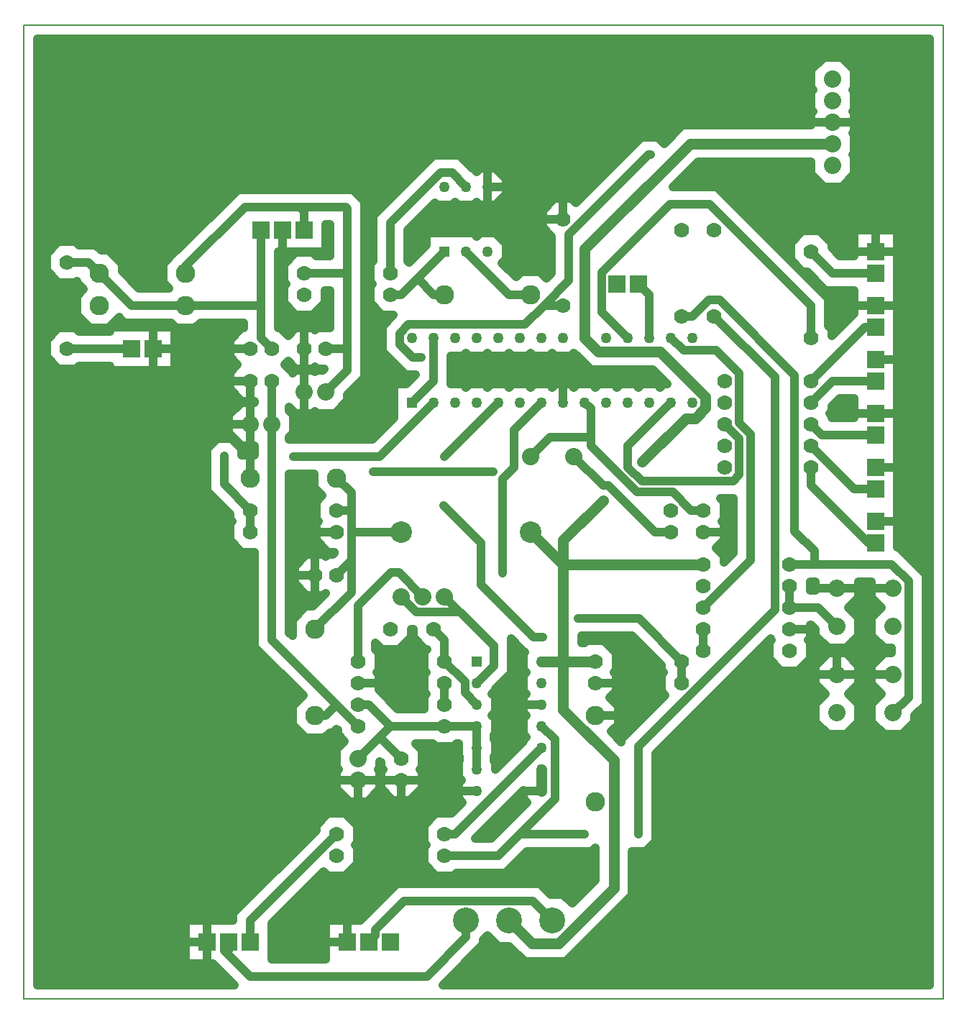
<source format=gbr>
G04 PROTEUS GERBER X2 FILE*
%TF.GenerationSoftware,Labcenter,Proteus,8.15-SP1-Build34318*%
%TF.CreationDate,2023-09-22T11:03:57+00:00*%
%TF.FileFunction,Copper,L2,Bot*%
%TF.FilePolarity,Positive*%
%TF.Part,Single*%
%TF.SameCoordinates,{3b519ea3-0d73-4d6d-96f8-eb606e8d3f04}*%
%FSLAX45Y45*%
%MOMM*%
G01*
%TA.AperFunction,Conductor*%
%ADD10C,1.016000*%
%ADD11C,1.270000*%
%TA.AperFunction,ViaPad*%
%ADD12C,0.762000*%
%TA.AperFunction,ComponentPad*%
%ADD14R,1.270000X1.270000*%
%ADD15C,1.270000*%
%TA.AperFunction,ComponentPad*%
%ADD16C,2.540000*%
%ADD17C,1.778000*%
%ADD18C,2.286000*%
%ADD19C,2.032000*%
%TA.AperFunction,ComponentPad*%
%ADD70R,2.032000X2.032000*%
%ADD71C,3.048000*%
%TA.AperFunction,Profile*%
%ADD20C,0.203200*%
%TD.AperFunction*%
%TA.AperFunction,Conductor*%
G36*
X+9525000Y-5334000D02*
X+3787663Y-5334000D01*
X+4267199Y-4854464D01*
X+4267199Y-4799852D01*
X+4318000Y-4749051D01*
X+4445748Y-4876799D01*
X+4571473Y-4876799D01*
X+4752634Y-5057960D01*
X+5241479Y-5057960D01*
X+6018274Y-4281165D01*
X+6018274Y-3759199D01*
X+6180168Y-3759199D01*
X+6299199Y-3640168D01*
X+6299199Y-2606540D01*
X+7647745Y-1257994D01*
X+7659751Y-1270001D01*
X+7632701Y-1297051D01*
X+7632701Y-1496949D01*
X+7774051Y-1638299D01*
X+7973949Y-1638299D01*
X+8115299Y-1496949D01*
X+8115299Y-1297051D01*
X+8088248Y-1270000D01*
X+8115299Y-1242949D01*
X+8115299Y-1092199D01*
X+8123833Y-1092199D01*
X+8179001Y-1147367D01*
X+8179001Y-1219210D01*
X+8327790Y-1367999D01*
X+8538210Y-1367999D01*
X+8686999Y-1219210D01*
X+8686999Y-1008790D01*
X+8567209Y-889000D01*
X+8686999Y-769210D01*
X+8686999Y-584199D01*
X+8839001Y-584199D01*
X+8839001Y-769210D01*
X+8958791Y-889000D01*
X+8839001Y-1008790D01*
X+8839001Y-1219210D01*
X+8987790Y-1367999D01*
X+9070366Y-1367999D01*
X+9070366Y-1426001D01*
X+8987790Y-1426001D01*
X+8839001Y-1574790D01*
X+8839001Y-1785210D01*
X+8958791Y-1905000D01*
X+8839001Y-2024790D01*
X+8839001Y-2235210D01*
X+8987790Y-2383999D01*
X+9198210Y-2383999D01*
X+9346999Y-2235210D01*
X+9346999Y-2163367D01*
X+9476764Y-2033602D01*
X+9476764Y-498238D01*
X+9156327Y-177801D01*
X+9143999Y-177801D01*
X+9143999Y+3555999D01*
X+8636001Y+3555999D01*
X+8636001Y+3251198D01*
X+8466167Y+3251198D01*
X+8369299Y+3348066D01*
X+8369299Y+3401949D01*
X+8227949Y+3543299D01*
X+8028051Y+3543299D01*
X+7886701Y+3401949D01*
X+7886701Y+3202051D01*
X+8028051Y+3060701D01*
X+8081933Y+3060701D01*
X+8297832Y+2844802D01*
X+8382000Y+2844802D01*
X+8636001Y+2844801D01*
X+8636001Y+2573367D01*
X+8369299Y+2306665D01*
X+8369299Y+2385949D01*
X+8331199Y+2424049D01*
X+8331199Y+2747294D01*
X+7016322Y+4062171D01*
X+6498557Y+4062171D01*
X+6792487Y+4356101D01*
X+8128001Y+4356101D01*
X+8128001Y+4212790D01*
X+8276790Y+4064001D01*
X+8487210Y+4064001D01*
X+8635999Y+4212790D01*
X+8635999Y+4423210D01*
X+8614209Y+4445000D01*
X+8635999Y+4466790D01*
X+8635999Y+4677210D01*
X+8614209Y+4699000D01*
X+8635999Y+4720790D01*
X+8635999Y+4931210D01*
X+8614209Y+4953000D01*
X+8635999Y+4974790D01*
X+8635999Y+5185210D01*
X+8614209Y+5207000D01*
X+8635999Y+5228790D01*
X+8635999Y+5439210D01*
X+8487210Y+5587999D01*
X+8276790Y+5587999D01*
X+8128001Y+5439210D01*
X+8128001Y+5228790D01*
X+8149791Y+5207000D01*
X+8128001Y+5185210D01*
X+8128001Y+4974790D01*
X+8149791Y+4953000D01*
X+8128001Y+4931210D01*
X+8128001Y+4787899D01*
X+6613633Y+4787899D01*
X+6396274Y+4570540D01*
X+6322123Y+4644692D01*
X+6127921Y+4644692D01*
X+5357238Y+3874009D01*
X+5306949Y+3924299D01*
X+5107051Y+3924299D01*
X+4965701Y+3782949D01*
X+4965701Y+3583051D01*
X+5070063Y+3478689D01*
X+5070063Y+3043385D01*
X+5011923Y+2985245D01*
X+4936470Y+3060699D01*
X+4715530Y+3060699D01*
X+4654098Y+2999267D01*
X+4487346Y+3166019D01*
X+4533899Y+3212572D01*
X+4533899Y+3391428D01*
X+4407428Y+3517899D01*
X+4228572Y+3517899D01*
X+4191000Y+3480327D01*
X+4153428Y+3517899D01*
X+3594101Y+3517899D01*
X+3594101Y+3373467D01*
X+3392441Y+3171807D01*
X+3378199Y+3186049D01*
X+3378199Y+3551115D01*
X+3697878Y+3870794D01*
X+3720572Y+3848101D01*
X+3899428Y+3848101D01*
X+3937000Y+3885673D01*
X+3974572Y+3848101D01*
X+4153428Y+3848101D01*
X+4191000Y+3885673D01*
X+4228572Y+3848101D01*
X+4407428Y+3848101D01*
X+4533899Y+3974572D01*
X+4533899Y+4153428D01*
X+4407428Y+4279899D01*
X+4228572Y+4279899D01*
X+4191000Y+4242327D01*
X+4153428Y+4279899D01*
X+4135467Y+4279899D01*
X+3983728Y+4431638D01*
X+3683990Y+4431638D01*
X+2971801Y+3719449D01*
X+2971801Y+3186049D01*
X+2933701Y+3147949D01*
X+2933701Y+2948051D01*
X+2960752Y+2921000D01*
X+2933701Y+2893949D01*
X+2933701Y+2694051D01*
X+3075051Y+2552701D01*
X+3209220Y+2552701D01*
X+3076158Y+2419639D01*
X+3076158Y+2119095D01*
X+3346985Y+1848268D01*
X+3465902Y+1848268D01*
X+3357533Y+1739899D01*
X+3213101Y+1739899D01*
X+3213101Y+1341467D01*
X+2963832Y+1092198D01*
X+1981199Y+1092198D01*
X+1981199Y+1113990D01*
X+2031999Y+1164790D01*
X+2031999Y+1375210D01*
X+1981198Y+1426011D01*
X+1981198Y+1469591D01*
X+2053790Y+1397001D01*
X+2264210Y+1397001D01*
X+2286000Y+1418791D01*
X+2307790Y+1397001D01*
X+2518210Y+1397001D01*
X+2666999Y+1545790D01*
X+2666999Y+1617633D01*
X+2870199Y+1820833D01*
X+2870199Y+3894167D01*
X+2734551Y+4029815D01*
X+1374553Y+4029815D01*
X+659437Y+3314699D01*
X+651530Y+3314699D01*
X+495301Y+3158470D01*
X+495301Y+2937530D01*
X+562632Y+2870199D01*
X+211167Y+2870199D01*
X+12699Y+3068667D01*
X+12699Y+3158470D01*
X-143530Y+3314699D01*
X-233333Y+3314699D01*
X-296832Y+3378198D01*
X-496951Y+3378198D01*
X-535051Y+3416299D01*
X-734949Y+3416299D01*
X-876299Y+3274949D01*
X-876299Y+3075051D01*
X-734949Y+2933701D01*
X-535051Y+2933701D01*
X-520699Y+2948053D01*
X-520699Y+2937530D01*
X-440669Y+2857500D01*
X-520699Y+2777470D01*
X-520699Y+2556530D01*
X-364470Y+2400301D01*
X-143530Y+2400301D01*
X-18599Y+2525232D01*
X-16683Y+2523317D01*
X+42833Y+2463801D01*
X+588030Y+2463801D01*
X+651530Y+2400301D01*
X+872470Y+2400301D01*
X+935970Y+2463801D01*
X+1447801Y+2463801D01*
X+1447801Y+2400299D01*
X+1424051Y+2400299D01*
X+1282701Y+2258949D01*
X+1282701Y+2059051D01*
X+1373252Y+1968500D01*
X+1282701Y+1877949D01*
X+1282701Y+1678051D01*
X+1424051Y+1536701D01*
X+1574801Y+1536701D01*
X+1574801Y+1523999D01*
X+1418790Y+1523999D01*
X+1270001Y+1375210D01*
X+1270001Y+1164790D01*
X+1418790Y+1016001D01*
X+1574801Y+1016001D01*
X+1574801Y+901699D01*
X+1418211Y+901699D01*
X+1418211Y+979103D01*
X+1299180Y+1098134D01*
X+1130844Y+1098134D01*
X+1011813Y+979103D01*
X+1011813Y+478821D01*
X+1282701Y+207932D01*
X+1282701Y+154051D01*
X+1309752Y+127000D01*
X+1282701Y+99949D01*
X+1282701Y-99949D01*
X+1424051Y-241299D01*
X+1574801Y-241299D01*
X+1574801Y-1354168D01*
X+2144232Y-1923599D01*
X+2019301Y-2048530D01*
X+2019301Y-2269470D01*
X+2175530Y-2425699D01*
X+2396470Y-2425699D01*
X+2459971Y-2362198D01*
X+2497168Y-2362198D01*
X+2540000Y-2319366D01*
X+2552701Y-2332067D01*
X+2552701Y-2385949D01*
X+2634271Y-2467520D01*
X+2540001Y-2561790D01*
X+2540001Y-2772210D01*
X+2561791Y-2794000D01*
X+2540001Y-2815790D01*
X+2540001Y-3026210D01*
X+2688790Y-3174999D01*
X+2899210Y-3174999D01*
X+3047999Y-3026210D01*
X+3047999Y-2815790D01*
X+3026209Y-2794000D01*
X+3047999Y-2772210D01*
X+3047999Y-2700367D01*
X+3048000Y-2700366D01*
X+3060701Y-2713067D01*
X+3060701Y-2766949D01*
X+3087752Y-2794000D01*
X+3060701Y-2821051D01*
X+3060701Y-3020949D01*
X+3202051Y-3162299D01*
X+3401949Y-3162299D01*
X+3543299Y-3020949D01*
X+3543299Y-2821051D01*
X+3516248Y-2794000D01*
X+3543299Y-2766949D01*
X+3543299Y-2567051D01*
X+3465447Y-2489199D01*
X+3671951Y-2489199D01*
X+3710051Y-2527299D01*
X+3909949Y-2527299D01*
X+3948049Y-2489199D01*
X+3975101Y-2489199D01*
X+3975101Y-2629428D01*
X+3987801Y-2642128D01*
X+3987801Y-2691872D01*
X+3975101Y-2704572D01*
X+3975101Y-2883428D01*
X+4012673Y-2921000D01*
X+3975101Y-2958572D01*
X+3975101Y-3137428D01*
X+4021653Y-3183981D01*
X+3890933Y-3314701D01*
X+3710051Y-3314701D01*
X+3568701Y-3456051D01*
X+3568701Y-3655949D01*
X+3595752Y-3683000D01*
X+3568701Y-3710051D01*
X+3568701Y-3909949D01*
X+3710051Y-4051299D01*
X+3909949Y-4051299D01*
X+3948049Y-4013199D01*
X+4529167Y-4013199D01*
X+4783167Y-3759199D01*
X+5545168Y-3759199D01*
X+5586476Y-3717891D01*
X+5586476Y-4102311D01*
X+5313919Y-4374868D01*
X+5206252Y-4267201D01*
X+5062567Y-4267201D01*
X+4935612Y-4140246D01*
X+3248088Y-4140246D01*
X+2816333Y-4572001D01*
X+2413001Y-4572001D01*
X+2413001Y-5029052D01*
X+1777999Y-5029052D01*
X+1777999Y-4611319D01*
X+2389035Y-4000283D01*
X+2440051Y-4051299D01*
X+2639949Y-4051299D01*
X+2781299Y-3909949D01*
X+2781299Y-3710051D01*
X+2754248Y-3683000D01*
X+2781299Y-3655949D01*
X+2781299Y-3456051D01*
X+2639949Y-3314701D01*
X+2440051Y-3314701D01*
X+2298701Y-3456051D01*
X+2298701Y-3515885D01*
X+1320801Y-4493785D01*
X+1320801Y-4572001D01*
X+762001Y-4572001D01*
X+762001Y-5079999D01*
X+1081055Y-5079999D01*
X+1335056Y-5334000D01*
X-980440Y-5334000D01*
X-980440Y+5806440D01*
X+9525000Y+5806440D01*
X+9525000Y-5334000D01*
G37*
%TD.AperFunction*%
%LPC*%
G36*
X+634999Y+1905001D02*
X-126999Y+1905001D01*
X-126999Y+1955801D01*
X-496951Y+1955801D01*
X-535051Y+1917701D01*
X-734949Y+1917701D01*
X-876299Y+2059051D01*
X-876299Y+2258949D01*
X-734949Y+2400299D01*
X-535051Y+2400299D01*
X-496951Y+2362199D01*
X-126999Y+2362199D01*
X-126999Y+2412999D01*
X+634999Y+2412999D01*
X+634999Y+1905001D01*
G37*
G36*
X+8686999Y-1574790D02*
X+8686999Y-1785210D01*
X+8567209Y-1905000D01*
X+8686999Y-2024790D01*
X+8686999Y-2235210D01*
X+8538210Y-2383999D01*
X+8327790Y-2383999D01*
X+8179001Y-2235210D01*
X+8179001Y-2024790D01*
X+8298791Y-1905000D01*
X+8179001Y-1785210D01*
X+8179001Y-1574790D01*
X+8327790Y-1426001D01*
X+8538210Y-1426001D01*
X+8686999Y-1574790D01*
G37*
%LPD*%
%TA.AperFunction,Conductor*%
G36*
X+2463801Y+3251198D02*
X+2297049Y+3251198D01*
X+2258949Y+3289299D01*
X+2059051Y+3289299D01*
X+1917701Y+3147949D01*
X+1917701Y+2948051D01*
X+1944752Y+2921000D01*
X+1917701Y+2893949D01*
X+1917701Y+2694051D01*
X+2059051Y+2552701D01*
X+2258949Y+2552701D01*
X+2400299Y+2694051D01*
X+2400299Y+2844801D01*
X+2463801Y+2844801D01*
X+2463801Y+2400299D01*
X+2313051Y+2400299D01*
X+2286000Y+2373248D01*
X+2258949Y+2400299D01*
X+2059051Y+2400299D01*
X+1968500Y+2309748D01*
X+1877949Y+2400299D01*
X+1854199Y+2400299D01*
X+1854199Y+3302001D01*
X+2412999Y+3302001D01*
X+2412999Y+3623417D01*
X+2463801Y+3623417D01*
X+2463801Y+3251198D01*
G37*
%TD.AperFunction*%
%TA.AperFunction,Conductor*%
G36*
X+5371572Y+2070101D02*
X+5371573Y+2070101D01*
X+5532957Y+1908717D01*
X+6261581Y+1908717D01*
X+6430398Y+1739899D01*
X+6387572Y+1739899D01*
X+6350000Y+1702327D01*
X+6312428Y+1739899D01*
X+6133572Y+1739899D01*
X+6096000Y+1702327D01*
X+6058428Y+1739899D01*
X+5879572Y+1739899D01*
X+5842000Y+1702327D01*
X+5804428Y+1739899D01*
X+5625572Y+1739899D01*
X+5588000Y+1702327D01*
X+5550428Y+1739899D01*
X+5371572Y+1739899D01*
X+5333999Y+1702326D01*
X+5296428Y+1739899D01*
X+5117572Y+1739899D01*
X+5080000Y+1702327D01*
X+5042428Y+1739899D01*
X+4863572Y+1739899D01*
X+4825999Y+1702326D01*
X+4788428Y+1739899D01*
X+4609572Y+1739899D01*
X+4572000Y+1702327D01*
X+4534428Y+1739899D01*
X+4355572Y+1739899D01*
X+4318000Y+1702327D01*
X+4280428Y+1739899D01*
X+4101572Y+1739899D01*
X+4064000Y+1702327D01*
X+4026428Y+1739899D01*
X+3886198Y+1739899D01*
X+3886198Y+2070101D01*
X+4026428Y+2070101D01*
X+4064000Y+2107673D01*
X+4101572Y+2070101D01*
X+4280428Y+2070101D01*
X+4318000Y+2107673D01*
X+4355572Y+2070101D01*
X+4534428Y+2070101D01*
X+4572000Y+2107673D01*
X+4609572Y+2070101D01*
X+4788428Y+2070101D01*
X+4826000Y+2107673D01*
X+4863572Y+2070101D01*
X+5042428Y+2070101D01*
X+5080000Y+2107673D01*
X+5117572Y+2070101D01*
X+5296428Y+2070101D01*
X+5334000Y+2107673D01*
X+5371572Y+2070101D01*
G37*
%TD.AperFunction*%
%TA.AperFunction,Conductor*%
G36*
X+2059051Y+1917701D02*
X+2258949Y+1917701D01*
X+2286000Y+1944752D01*
X+2313051Y+1917701D01*
X+2392335Y+1917701D01*
X+2379633Y+1904999D01*
X+2307790Y+1904999D01*
X+2285999Y+1883208D01*
X+2264210Y+1904999D01*
X+2053790Y+1904999D01*
X+2019299Y+1870508D01*
X+2019299Y+1877949D01*
X+1928748Y+1968500D01*
X+1968500Y+2008252D01*
X+2059051Y+1917701D01*
G37*
%TD.AperFunction*%
%TA.AperFunction,Conductor*%
G36*
X+8636001Y+1524001D02*
X+8636001Y+1346199D01*
X+8369299Y+1346199D01*
X+8369299Y+1369949D01*
X+8342248Y+1397000D01*
X+8369299Y+1424051D01*
X+8369299Y+1477933D01*
X+8466167Y+1574801D01*
X+8636001Y+1574801D01*
X+8636001Y+1524001D01*
G37*
%TD.AperFunction*%
%TA.AperFunction,Conductor*%
G36*
X+2273301Y+524530D02*
X+2371291Y+426539D01*
X+2298701Y+353949D01*
X+2298701Y+154051D01*
X+2325752Y+127000D01*
X+2298701Y+99949D01*
X+2298701Y-99949D01*
X+2440051Y-241299D01*
X+2511725Y-241299D01*
X+2511725Y-248909D01*
X+2493933Y-266701D01*
X+2440051Y-266701D01*
X+2413000Y-293752D01*
X+2385949Y-266701D01*
X+2186051Y-266701D01*
X+2044701Y-408051D01*
X+2044701Y-607949D01*
X+2186051Y-749299D01*
X+2385949Y-749299D01*
X+2413000Y-722248D01*
X+2414701Y-723949D01*
X+2262349Y-876301D01*
X+2175530Y-876301D01*
X+2019301Y-1032530D01*
X+2019301Y-1223935D01*
X+1981199Y-1185833D01*
X+1981199Y+685801D01*
X+2273301Y+685801D01*
X+2273301Y+524530D01*
G37*
%TD.AperFunction*%
%TA.AperFunction,Conductor*%
G36*
X+7207525Y-252109D02*
X+7099299Y-360335D01*
X+7099299Y-281051D01*
X+7008748Y-190500D01*
X+7099299Y-99949D01*
X+7099299Y+99949D01*
X+7072247Y+126999D01*
X+7099299Y+154051D01*
X+7099299Y+353949D01*
X+7059572Y+393676D01*
X+7207525Y+393676D01*
X+7207525Y-252109D01*
G37*
%TD.AperFunction*%
%TA.AperFunction,Conductor*%
G36*
X+8179001Y-685801D02*
X+8115299Y-685801D01*
X+8115299Y-584199D01*
X+8179001Y-584199D01*
X+8179001Y-685801D01*
G37*
%TD.AperFunction*%
%TA.AperFunction,Conductor*%
G36*
X+3441701Y-1242949D02*
X+3583051Y-1384299D01*
X+3606801Y-1384299D01*
X+3606801Y-1385951D01*
X+3568701Y-1424051D01*
X+3568701Y-1623949D01*
X+3595752Y-1651000D01*
X+3568701Y-1678051D01*
X+3568701Y-1877949D01*
X+3595751Y-1905001D01*
X+3568701Y-1932051D01*
X+3568701Y-2082801D01*
X+3259167Y-2082801D01*
X+3035299Y-1858933D01*
X+3035299Y-1678051D01*
X+3008248Y-1651000D01*
X+3035299Y-1623949D01*
X+3035299Y-1424051D01*
X+2997199Y-1385951D01*
X+2997199Y-1306447D01*
X+3075051Y-1384299D01*
X+3274949Y-1384299D01*
X+3416299Y-1242949D01*
X+3416299Y-1142942D01*
X+3441701Y-1142942D01*
X+3441701Y-1242949D01*
G37*
%TD.AperFunction*%
%TA.AperFunction,Conductor*%
G36*
X+6362701Y-1570068D02*
X+6362701Y-1623949D01*
X+6389752Y-1651000D01*
X+6362701Y-1678051D01*
X+6362701Y-1877949D01*
X+6407879Y-1923128D01*
X+5892801Y-2438206D01*
X+5892801Y-2471368D01*
X+5772801Y-2351368D01*
X+5854699Y-2269470D01*
X+5854699Y-2048530D01*
X+5756708Y-1950540D01*
X+5829299Y-1877949D01*
X+5829299Y-1678051D01*
X+5802248Y-1651000D01*
X+5829299Y-1623949D01*
X+5829299Y-1424051D01*
X+5687949Y-1282701D01*
X+5488051Y-1282701D01*
X+5462651Y-1308101D01*
X+5422899Y-1308101D01*
X+5422899Y-1225629D01*
X+6018262Y-1225629D01*
X+6362701Y-1570068D01*
G37*
%TD.AperFunction*%
%TA.AperFunction,Conductor*%
G36*
X+4716077Y-1383138D02*
X+4752306Y-1419367D01*
X+4737101Y-1434572D01*
X+4737101Y-1613428D01*
X+4774673Y-1651000D01*
X+4737101Y-1688572D01*
X+4737101Y-1867428D01*
X+4774673Y-1905000D01*
X+4737101Y-1942572D01*
X+4737101Y-2121428D01*
X+4774672Y-2159001D01*
X+4737101Y-2196572D01*
X+4737101Y-2375428D01*
X+4774672Y-2413001D01*
X+4737101Y-2450572D01*
X+4737101Y-2468533D01*
X+4406899Y-2798735D01*
X+4406899Y-2704572D01*
X+4394198Y-2691873D01*
X+4394198Y-2642129D01*
X+4406899Y-2629428D01*
X+4406899Y-2450572D01*
X+4394198Y-2437871D01*
X+4394198Y-2388129D01*
X+4406899Y-2375428D01*
X+4406899Y-2196572D01*
X+4369326Y-2159001D01*
X+4406899Y-2121428D01*
X+4406899Y-1942572D01*
X+4369326Y-1905001D01*
X+4406899Y-1867428D01*
X+4406899Y-1849467D01*
X+4592319Y-1664047D01*
X+4592319Y-1259380D01*
X+4716077Y-1383138D01*
G37*
%TD.AperFunction*%
%TA.AperFunction,Conductor*%
G36*
X+4737101Y-3137428D02*
X+4783653Y-3183981D01*
X+4360833Y-3606801D01*
X+4173565Y-3606801D01*
X+4737101Y-3043265D01*
X+4737101Y-3137428D01*
G37*
%TD.AperFunction*%
D10*
X+6604000Y-1524000D02*
X+6604000Y-1778000D01*
X+3302000Y+0D02*
X+2714924Y+0D01*
X+1524000Y+254000D02*
X+1524000Y+0D01*
X+2540000Y+254000D02*
X+2714924Y+254000D01*
X+2540000Y+635000D02*
X+2714924Y+460076D01*
X+2714924Y+254000D01*
X+2714924Y+0D01*
X+1778000Y+1778000D02*
X+1778000Y+1270000D01*
X+4191000Y-2286000D02*
X+3810000Y-2286000D01*
X+4191000Y-2540000D02*
X+4191000Y-2286000D01*
X+4191000Y-2540000D02*
X+4191000Y-2794000D01*
X+3302000Y-2667000D02*
X+3048000Y-2413000D01*
X+2794000Y-2667000D01*
X+3810000Y-1778000D02*
X+3810000Y-2032000D01*
X+2794000Y-2032000D02*
X+2921000Y-2032000D01*
X+3175000Y-2286000D01*
X+3810000Y-2286000D02*
X+3175000Y-2286000D01*
X+3048000Y-2413000D01*
X+1778000Y+624025D02*
X+1778000Y-1270000D01*
X+1778000Y+624025D02*
X+1778000Y+1270000D01*
X+2794000Y-1524000D02*
X+2794000Y-862917D01*
X+3178136Y-478781D01*
X+3272781Y-478781D01*
X+3556000Y-762000D01*
X+3810000Y-1524000D02*
X+3810000Y-1270000D01*
X+3683000Y-1143000D01*
X+3810000Y-1524000D02*
X+4051397Y-1765397D01*
X+4051397Y-1892397D01*
X+4191000Y-2032000D01*
X+3810000Y-762000D02*
X+3937000Y-889000D01*
X+3886257Y-939743D02*
X+3987743Y-939743D01*
X+4000500Y-952500D01*
X+3302000Y-762000D02*
X+3479743Y-939743D01*
X+3886257Y-939743D01*
X+3937000Y-889000D02*
X+3987743Y-939743D01*
X+4000500Y-952500D02*
X+4389120Y-1341120D01*
X+4389120Y-1579880D01*
X+4191000Y-1778000D01*
X+1270000Y-4826000D02*
X+1270000Y-4932204D01*
X+1220626Y-4932204D01*
X+1520673Y-5232251D01*
X+3602046Y-5232251D01*
X+4064000Y-4770297D01*
X+4064000Y-4572000D01*
X+2921000Y-4826000D02*
X+2993040Y-4753960D01*
X+2993040Y-4682660D01*
X+3332255Y-4343445D01*
X+4851445Y-4343445D01*
X+5080000Y-4572000D01*
X+1524000Y-4826000D02*
X+1524000Y-4577952D01*
X+2540000Y-3561952D01*
X+2540000Y-3556000D01*
X+3429000Y+1524000D02*
X+3683000Y+1778000D01*
X+3683000Y+2286000D01*
X+3683000Y+1524000D02*
X+3048000Y+889000D01*
X+2032000Y+889000D01*
X+1215012Y+894935D02*
X+1215012Y+562988D01*
X+1524000Y+254000D01*
D11*
X+5207000Y-381000D02*
X+4826000Y+0D01*
X+5207000Y-381000D02*
X+5207000Y-97882D01*
X+5675690Y+370808D01*
X+6139341Y+824379D02*
X+6653388Y+1338426D01*
X+6764261Y+1338426D01*
X+6885214Y+1459379D01*
X+6885214Y+1590410D01*
X+6351008Y+2124616D01*
X+5622384Y+2124616D01*
X+5461000Y+2286000D01*
D10*
X-254000Y+3048000D02*
X+127000Y+2667000D01*
X+762000Y+2667000D01*
X+1651000Y+2667000D01*
X+1778000Y+2159000D02*
X+1651000Y+2286000D01*
X+1651000Y+2667000D01*
X+1651000Y+3556000D01*
X-254000Y+3048000D02*
X-381000Y+3175000D01*
X-635000Y+3175000D01*
X-635000Y+2159000D02*
X+127000Y+2159000D01*
X+2121018Y+3810000D02*
X+2104402Y+3826616D01*
X+762000Y+3048000D02*
X+762000Y+3129896D01*
X+1458720Y+3826616D01*
X+2104402Y+3826616D01*
X+2121018Y+3810000D02*
X+2128140Y+3802878D01*
X+2159000Y+3772018D01*
X+2159000Y+3556000D01*
X+2413000Y+2159000D02*
X+2635105Y+2159000D01*
X+2667000Y+2190895D01*
X+2667000Y+1905000D01*
X+2413000Y+1651000D01*
X+2159000Y+3048000D02*
X+2667000Y+3048000D01*
X+2104402Y+3826616D02*
X+2650384Y+3826616D01*
X+2667000Y+3810000D01*
X+2667000Y+3048000D01*
X+2667000Y+2190895D01*
X+4064000Y+4064000D02*
X+3899561Y+4228439D01*
X+3768157Y+4228439D01*
X+3175000Y+3635282D01*
X+3175000Y+3048000D01*
X+3810000Y+2794000D02*
X+3683000Y+2794000D01*
X+3492500Y+2984500D01*
X+3175000Y+2794000D02*
X+3302000Y+2794000D01*
X+3492500Y+2984500D01*
X+3810000Y+3302000D01*
X+4064000Y+3302000D02*
X+4572000Y+2794000D01*
X+4826000Y+2794000D01*
X+8128000Y+1778000D02*
X+8763000Y+2413000D01*
X+8890000Y+2413000D01*
X+8128000Y+1524000D02*
X+8382000Y+1778000D01*
X+8890000Y+1778000D01*
X+8128000Y+1270000D02*
X+8255000Y+1143000D01*
X+8890000Y+1143000D01*
X+8128000Y+1016000D02*
X+8636000Y+508000D01*
X+8890000Y+508000D01*
X+8128000Y+762000D02*
X+8128000Y+550581D01*
X+8805581Y-127000D01*
X+8890000Y-127000D01*
X+7112000Y+1270000D02*
X+7282077Y+1099923D01*
X+7282077Y+671145D01*
X+7207807Y+596875D01*
X+6134125Y+596875D01*
X+5969000Y+762000D01*
X+5969000Y+1016000D01*
X+6477000Y+1524000D01*
X+4383357Y+706299D02*
X+2972246Y+706299D01*
X+4826000Y+889000D02*
X+5052115Y+1115115D01*
X+5534147Y+1115115D01*
X+5534147Y+1450853D01*
X+5461000Y+1524000D01*
X+5334000Y+889000D02*
X+5677369Y+545631D01*
X+5741207Y+545631D01*
X+6286838Y+0D01*
X+6477000Y+0D01*
X+6858000Y+254000D02*
X+6713195Y+254000D01*
X+6497274Y+469921D01*
X+6073941Y+469921D01*
X+5534147Y+1009715D01*
X+5534147Y+1115115D01*
X+8433000Y-1114000D02*
X+8208000Y-889000D01*
X+7874000Y-889000D01*
X+7874000Y-635000D01*
X+6858000Y-1143000D02*
X+6858000Y-1397000D01*
X+3810000Y-3556000D02*
X+3937000Y-3556000D01*
X+4064000Y-3429000D01*
X+4953000Y-2540000D01*
D11*
X+4953000Y-2794000D02*
X+4953000Y-3048000D01*
D10*
X+6096000Y+2921000D02*
X+6223000Y+2794000D01*
X+6223000Y+2286000D01*
D11*
X+6858000Y-381000D02*
X+5207000Y-381000D01*
D10*
X+6604000Y-1524000D02*
X+6102430Y-1022430D01*
X+5382228Y-1022430D01*
X+4490013Y-483886D02*
X+4490013Y+625355D01*
X+4626659Y+762001D01*
X+4626659Y+1197659D01*
X+4953000Y+1524000D01*
X+4445000Y+1524000D02*
X+3810000Y+889000D01*
X+3798747Y+311874D02*
X+4240836Y-130215D01*
X+4240836Y-620531D01*
X+4859760Y-1239455D01*
X+4964254Y-1239455D01*
X+2286000Y-2159000D02*
X+2413000Y-2159000D01*
X+2540000Y-2032000D01*
X+2794000Y-2286000D02*
X+2540000Y-2032000D01*
X+1778000Y-1270000D01*
X+2714924Y-254000D02*
X+2714924Y-333076D01*
X+2714924Y-711092D01*
X+2286000Y-1140016D01*
X+2286000Y-1143000D01*
X+2714924Y+0D02*
X+2714924Y-254000D01*
X+2714924Y-333076D02*
X+2540000Y-508000D01*
X+6477000Y+2286000D02*
X+6623662Y+2139338D01*
X+7009366Y+2139338D01*
X+7280495Y+1868209D01*
X+7280495Y+1281102D01*
X+7410724Y+1150873D01*
X+7410724Y-336276D01*
X+6858000Y-889000D01*
X+8128000Y+3302000D02*
X+8382000Y+3048000D01*
X+8890000Y+3048000D01*
D11*
X+5461000Y+2286000D02*
X+5461000Y+3329940D01*
X+6703060Y+4572000D01*
X+8382000Y+4572000D01*
D10*
X+5969000Y+2286000D02*
X+5662839Y+2592161D01*
X+5662839Y+3054804D01*
X+6467007Y+3858972D01*
X+6932155Y+3858972D01*
X+8128000Y+2663127D01*
X+8128000Y+2286000D01*
D11*
X+4572000Y-4572000D02*
X+4842061Y-4842061D01*
X+5152052Y-4842061D01*
X+5802375Y-4191738D01*
X+5802375Y-3099929D01*
X+5207000Y-1524000D02*
X+5207000Y-381000D01*
X+4953000Y-1524000D02*
X+5207000Y-1524000D01*
X+5588000Y-1524000D01*
X+5207000Y-1524000D02*
X+5207000Y-2090893D01*
X+5802375Y-2686268D01*
X+5802375Y-3099929D01*
D10*
X+4699000Y-3556000D02*
X+5461000Y-3556000D01*
X+6096000Y-3556000D02*
X+6096000Y-2522373D01*
X+7703117Y-915256D01*
X+7703117Y+1821883D01*
X+6985000Y+2540000D01*
X+3810000Y-3810000D02*
X+4445000Y-3810000D01*
X+4699000Y-3556000D01*
X+5110427Y-3144573D01*
X+5110427Y-2443427D01*
X+4953000Y-2286000D01*
X+6604000Y+2540000D02*
X+6731000Y+2540000D01*
X+6922341Y+2731341D01*
X+7047659Y+2731341D01*
X+7933539Y+1845461D01*
X+7933539Y+6182D01*
X+8164302Y-224581D01*
X+8164302Y-377006D01*
X+8168296Y-381000D01*
X+7874000Y-381000D02*
X+8168296Y-381000D01*
X+9072160Y-381000D01*
X+9273565Y-582405D01*
X+9273565Y-1949435D01*
X+9093000Y-2130000D01*
X+4981044Y+2667000D02*
X+5273261Y+2959217D01*
X+5273261Y+3502666D01*
X+6212088Y+4441493D01*
X+6237955Y+4441493D01*
X+5207000Y+2667000D02*
X+4981044Y+2667000D01*
X+4757684Y+2443640D01*
X+3387525Y+2443640D01*
X+3279357Y+2335472D01*
X+3279357Y+2203262D01*
X+3431152Y+2051467D01*
X+3534128Y+2051467D01*
D12*
X+2032000Y+889000D03*
X+1215012Y+894935D03*
X+5675690Y+370808D03*
X+6139341Y+824379D03*
X+4383357Y+706299D03*
X+2972246Y+706299D03*
X+5382228Y-1022430D03*
X+4490013Y-483886D03*
X+3810000Y+889000D03*
X+3798747Y+311874D03*
X+4964254Y-1239455D03*
X+5461000Y-3556000D03*
X+6096000Y-3556000D03*
X+3534128Y+2051467D03*
X+6237955Y+4441493D03*
D10*
X+9525000Y-5334000D02*
X+3787663Y-5334000D01*
X+4267199Y-4854464D01*
X+4267199Y-4799852D01*
X+4318000Y-4749051D01*
X+4445748Y-4876799D01*
X+4571473Y-4876799D01*
X+4752634Y-5057960D01*
X+5241479Y-5057960D01*
X+6018274Y-4281165D01*
X+6018274Y-3759199D01*
X+6180168Y-3759199D01*
X+6299199Y-3640168D01*
X+6299199Y-2606540D01*
X+7647745Y-1257994D01*
X+7659751Y-1270001D01*
X+7632701Y-1297051D01*
X+7632701Y-1496949D01*
X+7774051Y-1638299D01*
X+7973949Y-1638299D01*
X+8115299Y-1496949D01*
X+8115299Y-1297051D01*
X+8088248Y-1270000D01*
X+8115299Y-1242949D01*
X+8115299Y-1092199D01*
X+8123833Y-1092199D01*
X+8179001Y-1147367D01*
X+8179001Y-1219210D01*
X+8327790Y-1367999D01*
X+8538210Y-1367999D01*
X+8686999Y-1219210D01*
X+8686999Y-1008790D01*
X+8567209Y-889000D01*
X+8686999Y-769210D01*
X+8686999Y-584199D01*
X+8839001Y-584199D01*
X+8839001Y-769210D01*
X+8958791Y-889000D01*
X+8839001Y-1008790D01*
X+8839001Y-1219210D01*
X+8987790Y-1367999D01*
X+9070366Y-1367999D01*
X+9070366Y-1426001D01*
X+8987790Y-1426001D01*
X+8839001Y-1574790D01*
X+8839001Y-1785210D01*
X+8958791Y-1905000D01*
X+8839001Y-2024790D01*
X+8839001Y-2235210D01*
X+8987790Y-2383999D01*
X+9198210Y-2383999D01*
X+9346999Y-2235210D01*
X+9346999Y-2163367D01*
X+9476764Y-2033602D01*
X+9476764Y-498238D01*
X+9156327Y-177801D01*
X+9143999Y-177801D01*
X+9143999Y+3555999D01*
X+8636001Y+3555999D01*
X+8636001Y+3251198D01*
X+8466167Y+3251198D01*
X+8369299Y+3348066D01*
X+8369299Y+3401949D01*
X+8227949Y+3543299D01*
X+8028051Y+3543299D01*
X+7886701Y+3401949D01*
X+7886701Y+3202051D01*
X+8028051Y+3060701D01*
X+8081933Y+3060701D01*
X+8297832Y+2844802D01*
X+8382000Y+2844802D01*
X+8636001Y+2844801D01*
X+8636001Y+2573367D01*
X+8369299Y+2306665D01*
X+8369299Y+2385949D01*
X+8331199Y+2424049D01*
X+8331199Y+2747294D01*
X+7016322Y+4062171D01*
X+6498557Y+4062171D01*
X+6792487Y+4356101D01*
X+8128001Y+4356101D01*
X+8128001Y+4212790D01*
X+8276790Y+4064001D01*
X+8487210Y+4064001D01*
X+8635999Y+4212790D01*
X+8635999Y+4423210D01*
X+8614209Y+4445000D01*
X+8635999Y+4466790D01*
X+8635999Y+4677210D01*
X+8614209Y+4699000D01*
X+8635999Y+4720790D01*
X+8635999Y+4931210D01*
X+8614209Y+4953000D01*
X+8635999Y+4974790D01*
X+8635999Y+5185210D01*
X+8614209Y+5207000D01*
X+8635999Y+5228790D01*
X+8635999Y+5439210D01*
X+8487210Y+5587999D01*
X+8276790Y+5587999D01*
X+8128001Y+5439210D01*
X+8128001Y+5228790D01*
X+8149791Y+5207000D01*
X+8128001Y+5185210D01*
X+8128001Y+4974790D01*
X+8149791Y+4953000D01*
X+8128001Y+4931210D01*
X+8128001Y+4787899D01*
X+6613633Y+4787899D01*
X+6396274Y+4570540D01*
X+6322123Y+4644692D01*
X+6127921Y+4644692D01*
X+5357238Y+3874009D01*
X+5306949Y+3924299D01*
X+5107051Y+3924299D01*
X+4965701Y+3782949D01*
X+4965701Y+3583051D01*
X+5070063Y+3478689D01*
X+5070063Y+3043385D01*
X+5011923Y+2985245D01*
X+4936470Y+3060699D01*
X+4715530Y+3060699D01*
X+4654098Y+2999267D01*
X+4487346Y+3166019D01*
X+4533899Y+3212572D01*
X+4533899Y+3391428D01*
X+4407428Y+3517899D01*
X+4228572Y+3517899D01*
X+4191000Y+3480327D01*
X+4153428Y+3517899D01*
X+3594101Y+3517899D01*
X+3594101Y+3373467D01*
X+3392441Y+3171807D01*
X+3378199Y+3186049D01*
X+3378199Y+3551115D01*
X+3697878Y+3870794D01*
X+3720572Y+3848101D01*
X+3899428Y+3848101D01*
X+3937000Y+3885673D01*
X+3974572Y+3848101D01*
X+4153428Y+3848101D01*
X+4191000Y+3885673D01*
X+4228572Y+3848101D01*
X+4407428Y+3848101D01*
X+4533899Y+3974572D01*
X+4533899Y+4153428D01*
X+4407428Y+4279899D01*
X+4228572Y+4279899D01*
X+4191000Y+4242327D01*
X+4153428Y+4279899D01*
X+4135467Y+4279899D01*
X+3983728Y+4431638D01*
X+3683990Y+4431638D01*
X+2971801Y+3719449D01*
X+2971801Y+3186049D01*
X+2933701Y+3147949D01*
X+2933701Y+2948051D01*
X+2960752Y+2921000D01*
X+2933701Y+2893949D01*
X+2933701Y+2694051D01*
X+3075051Y+2552701D01*
X+3209220Y+2552701D01*
X+3076158Y+2419639D01*
X+3076158Y+2119095D01*
X+3346985Y+1848268D01*
X+3465902Y+1848268D01*
X+3357533Y+1739899D01*
X+3213101Y+1739899D01*
X+3213101Y+1341467D01*
X+2963832Y+1092198D01*
X+1981199Y+1092198D01*
X+1981199Y+1113990D01*
X+2031999Y+1164790D01*
X+2031999Y+1375210D01*
X+1981198Y+1426011D01*
X+1981198Y+1469591D01*
X+2053790Y+1397001D01*
X+2264210Y+1397001D01*
X+2286000Y+1418791D01*
X+2307790Y+1397001D01*
X+2518210Y+1397001D01*
X+2666999Y+1545790D01*
X+2666999Y+1617633D01*
X+2870199Y+1820833D01*
X+2870199Y+3894167D01*
X+2734551Y+4029815D01*
X+1374553Y+4029815D01*
X+659437Y+3314699D01*
X+651530Y+3314699D01*
X+495301Y+3158470D01*
X+495301Y+2937530D01*
X+562632Y+2870199D01*
X+211167Y+2870199D01*
X+12699Y+3068667D01*
X+12699Y+3158470D01*
X-143530Y+3314699D01*
X-233333Y+3314699D01*
X-296832Y+3378198D01*
X-496951Y+3378198D01*
X-535051Y+3416299D01*
X-734949Y+3416299D01*
X-876299Y+3274949D01*
X-876299Y+3075051D01*
X-734949Y+2933701D01*
X-535051Y+2933701D01*
X-520699Y+2948053D01*
X-520699Y+2937530D01*
X-440669Y+2857500D01*
X-520699Y+2777470D01*
X-520699Y+2556530D01*
X-364470Y+2400301D01*
X-143530Y+2400301D01*
X-18599Y+2525232D01*
X-16683Y+2523317D01*
X+42833Y+2463801D01*
X+588030Y+2463801D01*
X+651530Y+2400301D01*
X+872470Y+2400301D01*
X+935970Y+2463801D01*
X+1447801Y+2463801D01*
X+1447801Y+2400299D01*
X+1424051Y+2400299D01*
X+1282701Y+2258949D01*
X+1282701Y+2059051D01*
X+1373252Y+1968500D01*
X+1282701Y+1877949D01*
X+1282701Y+1678051D01*
X+1424051Y+1536701D01*
X+1574801Y+1536701D01*
X+1574801Y+1523999D01*
X+1418790Y+1523999D01*
X+1270001Y+1375210D01*
X+1270001Y+1164790D01*
X+1418790Y+1016001D01*
X+1574801Y+1016001D01*
X+1574801Y+901699D01*
X+1418211Y+901699D01*
X+1418211Y+979103D01*
X+1299180Y+1098134D01*
X+1130844Y+1098134D01*
X+1011813Y+979103D01*
X+1011813Y+478821D01*
X+1282701Y+207932D01*
X+1282701Y+154051D01*
X+1309752Y+127000D01*
X+1282701Y+99949D01*
X+1282701Y-99949D01*
X+1424051Y-241299D01*
X+1574801Y-241299D01*
X+1574801Y-1354168D01*
X+2144232Y-1923599D01*
X+2019301Y-2048530D01*
X+2019301Y-2269470D01*
X+2175530Y-2425699D01*
X+2396470Y-2425699D01*
X+2459971Y-2362198D01*
X+2497168Y-2362198D01*
X+2540000Y-2319366D01*
X+2552701Y-2332067D01*
X+2552701Y-2385949D01*
X+2634271Y-2467520D01*
X+2540001Y-2561790D01*
X+2540001Y-2772210D01*
X+2561791Y-2794000D01*
X+2540001Y-2815790D01*
X+2540001Y-3026210D01*
X+2688790Y-3174999D01*
X+2899210Y-3174999D01*
X+3047999Y-3026210D01*
X+3047999Y-2815790D01*
X+3026209Y-2794000D01*
X+3047999Y-2772210D01*
X+3047999Y-2700367D01*
X+3048000Y-2700366D01*
X+3060701Y-2713067D01*
X+3060701Y-2766949D01*
X+3087752Y-2794000D01*
X+3060701Y-2821051D01*
X+3060701Y-3020949D01*
X+3202051Y-3162299D01*
X+3401949Y-3162299D01*
X+3543299Y-3020949D01*
X+3543299Y-2821051D01*
X+3516248Y-2794000D01*
X+3543299Y-2766949D01*
X+3543299Y-2567051D01*
X+3465447Y-2489199D01*
X+3671951Y-2489199D01*
X+3710051Y-2527299D01*
X+3909949Y-2527299D01*
X+3948049Y-2489199D01*
X+3975101Y-2489199D01*
X+3975101Y-2629428D01*
X+3987801Y-2642128D01*
X+3987801Y-2691872D01*
X+3975101Y-2704572D01*
X+3975101Y-2883428D01*
X+4012673Y-2921000D01*
X+3975101Y-2958572D01*
X+3975101Y-3137428D01*
X+4021653Y-3183981D01*
X+3890933Y-3314701D01*
X+3710051Y-3314701D01*
X+3568701Y-3456051D01*
X+3568701Y-3655949D01*
X+3595752Y-3683000D01*
X+3568701Y-3710051D01*
X+3568701Y-3909949D01*
X+3710051Y-4051299D01*
X+3909949Y-4051299D01*
X+3948049Y-4013199D01*
X+4529167Y-4013199D01*
X+4783167Y-3759199D01*
X+5545168Y-3759199D01*
X+5586476Y-3717891D01*
X+5586476Y-4102311D01*
X+5313919Y-4374868D01*
X+5206252Y-4267201D01*
X+5062567Y-4267201D01*
X+4935612Y-4140246D01*
X+3248088Y-4140246D01*
X+2816333Y-4572001D01*
X+2413001Y-4572001D01*
X+2413001Y-5029052D01*
X+1777999Y-5029052D01*
X+1777999Y-4611319D01*
X+2389035Y-4000283D01*
X+2440051Y-4051299D01*
X+2639949Y-4051299D01*
X+2781299Y-3909949D01*
X+2781299Y-3710051D01*
X+2754248Y-3683000D01*
X+2781299Y-3655949D01*
X+2781299Y-3456051D01*
X+2639949Y-3314701D01*
X+2440051Y-3314701D01*
X+2298701Y-3456051D01*
X+2298701Y-3515885D01*
X+1320801Y-4493785D01*
X+1320801Y-4572001D01*
X+762001Y-4572001D01*
X+762001Y-5079999D01*
X+1081055Y-5079999D01*
X+1335056Y-5334000D01*
X-980440Y-5334000D01*
X-980440Y+5806440D01*
X+9525000Y+5806440D01*
X+9525000Y-5334000D01*
X+634999Y+1905001D02*
X-126999Y+1905001D01*
X-126999Y+1955801D01*
X-496951Y+1955801D01*
X-535051Y+1917701D01*
X-734949Y+1917701D01*
X-876299Y+2059051D01*
X-876299Y+2258949D01*
X-734949Y+2400299D01*
X-535051Y+2400299D01*
X-496951Y+2362199D01*
X-126999Y+2362199D01*
X-126999Y+2412999D01*
X+634999Y+2412999D01*
X+634999Y+1905001D01*
X+8686999Y-1574790D02*
X+8686999Y-1785210D01*
X+8567209Y-1905000D01*
X+8686999Y-2024790D01*
X+8686999Y-2235210D01*
X+8538210Y-2383999D01*
X+8327790Y-2383999D01*
X+8179001Y-2235210D01*
X+8179001Y-2024790D01*
X+8298791Y-1905000D01*
X+8179001Y-1785210D01*
X+8179001Y-1574790D01*
X+8327790Y-1426001D01*
X+8538210Y-1426001D01*
X+8686999Y-1574790D01*
X+2463801Y+3251198D02*
X+2297049Y+3251198D01*
X+2258949Y+3289299D01*
X+2059051Y+3289299D01*
X+1917701Y+3147949D01*
X+1917701Y+2948051D01*
X+1944752Y+2921000D01*
X+1917701Y+2893949D01*
X+1917701Y+2694051D01*
X+2059051Y+2552701D01*
X+2258949Y+2552701D01*
X+2400299Y+2694051D01*
X+2400299Y+2844801D01*
X+2463801Y+2844801D01*
X+2463801Y+2400299D01*
X+2313051Y+2400299D01*
X+2286000Y+2373248D01*
X+2258949Y+2400299D01*
X+2059051Y+2400299D01*
X+1968500Y+2309748D01*
X+1877949Y+2400299D01*
X+1854199Y+2400299D01*
X+1854199Y+3302001D01*
X+2412999Y+3302001D01*
X+2412999Y+3623417D01*
X+2463801Y+3623417D01*
X+2463801Y+3251198D01*
X+5371572Y+2070101D02*
X+5371573Y+2070101D01*
X+5532957Y+1908717D01*
X+6261581Y+1908717D01*
X+6430398Y+1739899D01*
X+6387572Y+1739899D01*
X+6350000Y+1702327D01*
X+6312428Y+1739899D01*
X+6133572Y+1739899D01*
X+6096000Y+1702327D01*
X+6058428Y+1739899D01*
X+5879572Y+1739899D01*
X+5842000Y+1702327D01*
X+5804428Y+1739899D01*
X+5625572Y+1739899D01*
X+5588000Y+1702327D01*
X+5550428Y+1739899D01*
X+5371572Y+1739899D01*
X+5333999Y+1702326D01*
X+5296428Y+1739899D01*
X+5117572Y+1739899D01*
X+5080000Y+1702327D01*
X+5042428Y+1739899D01*
X+4863572Y+1739899D01*
X+4825999Y+1702326D01*
X+4788428Y+1739899D01*
X+4609572Y+1739899D01*
X+4572000Y+1702327D01*
X+4534428Y+1739899D01*
X+4355572Y+1739899D01*
X+4318000Y+1702327D01*
X+4280428Y+1739899D01*
X+4101572Y+1739899D01*
X+4064000Y+1702327D01*
X+4026428Y+1739899D01*
X+3886198Y+1739899D01*
X+3886198Y+2070101D01*
X+4026428Y+2070101D01*
X+4064000Y+2107673D01*
X+4101572Y+2070101D01*
X+4280428Y+2070101D01*
X+4318000Y+2107673D01*
X+4355572Y+2070101D01*
X+4534428Y+2070101D01*
X+4572000Y+2107673D01*
X+4609572Y+2070101D01*
X+4788428Y+2070101D01*
X+4826000Y+2107673D01*
X+4863572Y+2070101D01*
X+5042428Y+2070101D01*
X+5080000Y+2107673D01*
X+5117572Y+2070101D01*
X+5296428Y+2070101D01*
X+5334000Y+2107673D01*
X+5371572Y+2070101D01*
X+2059051Y+1917701D02*
X+2258949Y+1917701D01*
X+2286000Y+1944752D01*
X+2313051Y+1917701D01*
X+2392335Y+1917701D01*
X+2379633Y+1904999D01*
X+2307790Y+1904999D01*
X+2285999Y+1883208D01*
X+2264210Y+1904999D01*
X+2053790Y+1904999D01*
X+2019299Y+1870508D01*
X+2019299Y+1877949D01*
X+1928748Y+1968500D01*
X+1968500Y+2008252D01*
X+2059051Y+1917701D01*
X+8636001Y+1524001D02*
X+8636001Y+1346199D01*
X+8369299Y+1346199D01*
X+8369299Y+1369949D01*
X+8342248Y+1397000D01*
X+8369299Y+1424051D01*
X+8369299Y+1477933D01*
X+8466167Y+1574801D01*
X+8636001Y+1574801D01*
X+8636001Y+1524001D01*
X+2273301Y+524530D02*
X+2371291Y+426539D01*
X+2298701Y+353949D01*
X+2298701Y+154051D01*
X+2325752Y+127000D01*
X+2298701Y+99949D01*
X+2298701Y-99949D01*
X+2440051Y-241299D01*
X+2511725Y-241299D01*
X+2511725Y-248909D01*
X+2493933Y-266701D01*
X+2440051Y-266701D01*
X+2413000Y-293752D01*
X+2385949Y-266701D01*
X+2186051Y-266701D01*
X+2044701Y-408051D01*
X+2044701Y-607949D01*
X+2186051Y-749299D01*
X+2385949Y-749299D01*
X+2413000Y-722248D01*
X+2414701Y-723949D01*
X+2262349Y-876301D01*
X+2175530Y-876301D01*
X+2019301Y-1032530D01*
X+2019301Y-1223935D01*
X+1981199Y-1185833D01*
X+1981199Y+685801D01*
X+2273301Y+685801D01*
X+2273301Y+524530D01*
X+7207525Y-252109D02*
X+7099299Y-360335D01*
X+7099299Y-281051D01*
X+7008748Y-190500D01*
X+7099299Y-99949D01*
X+7099299Y+99949D01*
X+7072247Y+126999D01*
X+7099299Y+154051D01*
X+7099299Y+353949D01*
X+7059572Y+393676D01*
X+7207525Y+393676D01*
X+7207525Y-252109D01*
X+8179001Y-685801D02*
X+8115299Y-685801D01*
X+8115299Y-584199D01*
X+8179001Y-584199D01*
X+8179001Y-685801D01*
X+3441701Y-1242949D02*
X+3583051Y-1384299D01*
X+3606801Y-1384299D01*
X+3606801Y-1385951D01*
X+3568701Y-1424051D01*
X+3568701Y-1623949D01*
X+3595752Y-1651000D01*
X+3568701Y-1678051D01*
X+3568701Y-1877949D01*
X+3595751Y-1905001D01*
X+3568701Y-1932051D01*
X+3568701Y-2082801D01*
X+3259167Y-2082801D01*
X+3035299Y-1858933D01*
X+3035299Y-1678051D01*
X+3008248Y-1651000D01*
X+3035299Y-1623949D01*
X+3035299Y-1424051D01*
X+2997199Y-1385951D01*
X+2997199Y-1306447D01*
X+3075051Y-1384299D01*
X+3274949Y-1384299D01*
X+3416299Y-1242949D01*
X+3416299Y-1142942D01*
X+3441701Y-1142942D01*
X+3441701Y-1242949D01*
X+6362701Y-1570068D02*
X+6362701Y-1623949D01*
X+6389752Y-1651000D01*
X+6362701Y-1678051D01*
X+6362701Y-1877949D01*
X+6407879Y-1923128D01*
X+5892801Y-2438206D01*
X+5892801Y-2471368D01*
X+5772801Y-2351368D01*
X+5854699Y-2269470D01*
X+5854699Y-2048530D01*
X+5756708Y-1950540D01*
X+5829299Y-1877949D01*
X+5829299Y-1678051D01*
X+5802248Y-1651000D01*
X+5829299Y-1623949D01*
X+5829299Y-1424051D01*
X+5687949Y-1282701D01*
X+5488051Y-1282701D01*
X+5462651Y-1308101D01*
X+5422899Y-1308101D01*
X+5422899Y-1225629D01*
X+6018262Y-1225629D01*
X+6362701Y-1570068D01*
X+4716077Y-1383138D02*
X+4752306Y-1419367D01*
X+4737101Y-1434572D01*
X+4737101Y-1613428D01*
X+4774673Y-1651000D01*
X+4737101Y-1688572D01*
X+4737101Y-1867428D01*
X+4774673Y-1905000D01*
X+4737101Y-1942572D01*
X+4737101Y-2121428D01*
X+4774672Y-2159001D01*
X+4737101Y-2196572D01*
X+4737101Y-2375428D01*
X+4774672Y-2413001D01*
X+4737101Y-2450572D01*
X+4737101Y-2468533D01*
X+4406899Y-2798735D01*
X+4406899Y-2704572D01*
X+4394198Y-2691873D01*
X+4394198Y-2642129D01*
X+4406899Y-2629428D01*
X+4406899Y-2450572D01*
X+4394198Y-2437871D01*
X+4394198Y-2388129D01*
X+4406899Y-2375428D01*
X+4406899Y-2196572D01*
X+4369326Y-2159001D01*
X+4406899Y-2121428D01*
X+4406899Y-1942572D01*
X+4369326Y-1905001D01*
X+4406899Y-1867428D01*
X+4406899Y-1849467D01*
X+4592319Y-1664047D01*
X+4592319Y-1259380D01*
X+4716077Y-1383138D01*
X+4737101Y-3137428D02*
X+4783653Y-3183981D01*
X+4360833Y-3606801D01*
X+4173565Y-3606801D01*
X+4737101Y-3043265D01*
X+4737101Y-3137428D01*
X+4025901Y-3048000D02*
X+4191000Y-3048000D01*
X+4787901Y-3048000D02*
X+4953000Y-3048000D01*
X+4787901Y-2032000D02*
X+4953000Y-2032000D01*
X+5778499Y-1778000D02*
X+5588000Y-1778000D01*
X+2349501Y+0D02*
X+2540000Y+0D01*
X+1524000Y+850899D02*
X+1524000Y+635000D01*
X+2095501Y-508000D02*
X+2286000Y-508000D01*
X+2286000Y-317501D02*
X+2286000Y-508000D01*
X+2286000Y-698499D02*
X+2286000Y-508000D01*
X+1320801Y+1270000D02*
X+1524000Y+1270000D01*
X+1524000Y+1473199D02*
X+1524000Y+1270000D01*
X+1524000Y+1066801D02*
X+1524000Y+1270000D01*
X+1333501Y+1778000D02*
X+1524000Y+1778000D01*
X+1524000Y+1587501D02*
X+1524000Y+1778000D01*
X+1333501Y+2159000D02*
X+1524000Y+2159000D01*
X+3302000Y-3111499D02*
X+3302000Y-2921000D01*
X+3492499Y-2921000D02*
X+3302000Y-2921000D01*
X+3111501Y-2921000D02*
X+3302000Y-2921000D01*
X+2794000Y-3124199D02*
X+2794000Y-2921000D01*
X+2590801Y-2921000D02*
X+2794000Y-2921000D01*
X+2997199Y-2921000D02*
X+2794000Y-2921000D01*
X+2984499Y-1778000D02*
X+2794000Y-1778000D01*
X+1016000Y-4622801D02*
X+1016000Y-4826000D01*
X+812801Y-4826000D02*
X+1016000Y-4826000D01*
X+1016000Y-5029199D02*
X+1016000Y-4826000D01*
X+2667000Y-4622801D02*
X+2667000Y-4826000D01*
X+2463801Y-4826000D02*
X+2667000Y-4826000D01*
X+5207000Y+1689099D02*
X+5207000Y+1524000D01*
X+1905000Y+3352801D02*
X+1905000Y+3556000D01*
X+381000Y+1955801D02*
X+381000Y+2159000D01*
X+584199Y+2159000D02*
X+381000Y+2159000D01*
X+381000Y+2362199D02*
X+381000Y+2159000D01*
X+2159000Y+1968501D02*
X+2159000Y+2159000D01*
X+2159000Y+2349499D02*
X+2159000Y+2159000D01*
X+2159000Y+1854199D02*
X+2159000Y+1651000D01*
X+2159000Y+1447801D02*
X+2159000Y+1651000D01*
X+4483099Y+4064000D02*
X+4318000Y+4064000D01*
X+4318000Y+3898901D02*
X+4318000Y+4064000D01*
X+4318000Y+4229099D02*
X+4318000Y+4064000D01*
X+9093199Y+3302000D02*
X+8890000Y+3302000D01*
X+8890000Y+3505199D02*
X+8890000Y+3302000D01*
X+8686801Y+3302000D02*
X+8890000Y+3302000D01*
X+9093199Y+2667000D02*
X+8890000Y+2667000D01*
X+8686801Y+2667000D02*
X+8890000Y+2667000D01*
X+9093199Y+2032000D02*
X+8890000Y+2032000D01*
X+9093199Y+1397000D02*
X+8890000Y+1397000D01*
X+8686801Y+1397000D02*
X+8890000Y+1397000D01*
X+9093199Y+762000D02*
X+8890000Y+762000D01*
X+9093199Y+127000D02*
X+8890000Y+127000D01*
X+8178801Y+4826000D02*
X+8382000Y+4826000D01*
X+8585199Y+4826000D02*
X+8382000Y+4826000D01*
X+8889801Y-664000D02*
X+9093000Y-664000D01*
X+8636199Y-664000D02*
X+8433000Y-664000D01*
X+8229801Y-664000D02*
X+8433000Y-664000D01*
X+7048499Y+0D02*
X+6858000Y+0D01*
X+5803899Y-2159000D02*
X+5588000Y-2159000D01*
X+8889801Y-1680000D02*
X+9093000Y-1680000D01*
X+8433000Y-1476801D02*
X+8433000Y-1680000D01*
X+8636199Y-1680000D02*
X+8433000Y-1680000D01*
X+8229801Y-1680000D02*
X+8433000Y-1680000D01*
X+8064499Y-1143000D02*
X+7874000Y-1143000D01*
X+5207000Y+3873499D02*
X+5207000Y+3683000D01*
X+5016501Y+3683000D02*
X+5207000Y+3683000D01*
D14*
X+4191000Y-1524000D03*
D15*
X+4191000Y-1778000D03*
X+4191000Y-2032000D03*
X+4191000Y-2286000D03*
X+4191000Y-2540000D03*
X+4191000Y-2794000D03*
X+4191000Y-3048000D03*
X+4953000Y-3048000D03*
X+4953000Y-2794000D03*
X+4953000Y-2540000D03*
X+4953000Y-2286000D03*
X+4953000Y-2032000D03*
X+4953000Y-1778000D03*
X+4953000Y-1524000D03*
D16*
X+3302000Y+0D03*
X+4826000Y+0D03*
D17*
X+6604000Y-1778000D03*
X+5588000Y-1778000D03*
X+5588000Y-1524000D03*
X+6604000Y-1524000D03*
X+1524000Y+0D03*
X+2540000Y+0D03*
X+2540000Y+254000D03*
X+1524000Y+254000D03*
D18*
X+1524000Y+635000D03*
X+2540000Y+635000D03*
D17*
X+2540000Y-508000D03*
X+2286000Y-508000D03*
D19*
X+1778000Y+1270000D03*
X+1524000Y+1270000D03*
D17*
X+1778000Y+1778000D03*
X+1524000Y+1778000D03*
X+1524000Y+2159000D03*
X+1778000Y+2159000D03*
X+2794000Y-2286000D03*
X+3810000Y-2286000D03*
X+3302000Y-2921000D03*
X+3302000Y-2667000D03*
D19*
X+2794000Y-2667000D03*
X+2794000Y-2921000D03*
D17*
X+3810000Y-1778000D03*
X+2794000Y-1778000D03*
X+2794000Y-2032000D03*
X+3810000Y-2032000D03*
X+3683000Y-1143000D03*
X+3175000Y-1143000D03*
X+2794000Y-1524000D03*
X+3810000Y-1524000D03*
D19*
X+3302000Y-762000D03*
X+3556000Y-762000D03*
X+3810000Y-762000D03*
D70*
X+1524000Y-4826000D03*
X+1270000Y-4826000D03*
X+1016000Y-4826000D03*
X+3175000Y-4826000D03*
X+2921000Y-4826000D03*
X+2667000Y-4826000D03*
D71*
X+5080000Y-4572000D03*
X+4572000Y-4572000D03*
X+4064000Y-4572000D03*
D17*
X+3810000Y-3556000D03*
X+2540000Y-3556000D03*
X+3810000Y-3810000D03*
X+2540000Y-3810000D03*
D14*
X+3429000Y+1524000D03*
D15*
X+3683000Y+1524000D03*
X+3937000Y+1524000D03*
X+4191000Y+1524000D03*
X+4445000Y+1524000D03*
X+4699000Y+1524000D03*
X+4953000Y+1524000D03*
X+5207000Y+1524000D03*
X+5461000Y+1524000D03*
X+5715000Y+1524000D03*
X+5969000Y+1524000D03*
X+6223000Y+1524000D03*
X+6477000Y+1524000D03*
X+6731000Y+1524000D03*
X+6731000Y+2286000D03*
X+6477000Y+2286000D03*
X+6223000Y+2286000D03*
X+5969000Y+2286000D03*
X+5715000Y+2286000D03*
X+5461000Y+2286000D03*
X+5207000Y+2286000D03*
X+4953000Y+2286000D03*
X+4699000Y+2286000D03*
X+4445000Y+2286000D03*
X+4191000Y+2286000D03*
X+3937000Y+2286000D03*
X+3683000Y+2286000D03*
X+3431000Y+2286000D03*
D70*
X+1651000Y+3556000D03*
X+1905000Y+3556000D03*
X+2159000Y+3556000D03*
D18*
X-254000Y+2667000D03*
X+762000Y+2667000D03*
D70*
X+127000Y+2159000D03*
X+381000Y+2159000D03*
D18*
X+762000Y+3048000D03*
X-254000Y+3048000D03*
D17*
X-635000Y+2159000D03*
X-635000Y+3175000D03*
X+2159000Y+2159000D03*
X+2413000Y+2159000D03*
D19*
X+2413000Y+1651000D03*
X+2159000Y+1651000D03*
D14*
X+3810000Y+3302000D03*
D15*
X+4064000Y+3302000D03*
X+4318000Y+3302000D03*
X+4318000Y+4064000D03*
X+4064000Y+4064000D03*
X+3810000Y+4064000D03*
D17*
X+3175000Y+2794000D03*
X+2159000Y+2794000D03*
X+2159000Y+3048000D03*
X+3175000Y+3048000D03*
D18*
X+4826000Y+2794000D03*
X+3810000Y+2794000D03*
D70*
X+8890000Y+3048000D03*
X+8890000Y+3302000D03*
X+8890000Y+2413000D03*
X+8890000Y+2667000D03*
X+8890000Y+1778000D03*
X+8890000Y+2032000D03*
X+8890000Y+1143000D03*
X+8890000Y+1397000D03*
X+8890000Y+508000D03*
X+8890000Y+762000D03*
X+8890000Y-127000D03*
X+8890000Y+127000D03*
D19*
X+8382000Y+5334000D03*
X+8382000Y+5080000D03*
X+8382000Y+4826000D03*
X+8382000Y+4572000D03*
X+8382000Y+4318000D03*
D17*
X+7112000Y+1778000D03*
X+8128000Y+1778000D03*
X+7112000Y+1524000D03*
X+8128000Y+1524000D03*
X+7112000Y+1270000D03*
X+8128000Y+1270000D03*
X+7112000Y+762000D03*
X+8128000Y+762000D03*
X+7112000Y+1016000D03*
X+8128000Y+1016000D03*
D19*
X+9093000Y-664000D03*
X+8433000Y-664000D03*
X+9093000Y-1114000D03*
X+8433000Y-1114000D03*
D17*
X+7874000Y-635000D03*
X+6858000Y-635000D03*
X+6858000Y-889000D03*
X+7874000Y-889000D03*
D19*
X+4826000Y+889000D03*
X+5334000Y+889000D03*
D17*
X+6477000Y+0D03*
X+6477000Y+254000D03*
X+6858000Y+254000D03*
X+6858000Y+0D03*
D70*
X+6096000Y+2921000D03*
X+5842000Y+2921000D03*
D18*
X+5588000Y-2159000D03*
X+5588000Y-3175000D03*
X+2286000Y-1143000D03*
X+2286000Y-2159000D03*
D19*
X+9093000Y-1680000D03*
X+8433000Y-1680000D03*
X+9093000Y-2130000D03*
X+8433000Y-2130000D03*
D17*
X+6858000Y-1143000D03*
X+7874000Y-1143000D03*
X+6858000Y-381000D03*
X+7874000Y-381000D03*
X+7874000Y-1397000D03*
X+6858000Y-1397000D03*
X+5207000Y+2667000D03*
X+5207000Y+3683000D03*
X+6985000Y+2540000D03*
X+6985000Y+3556000D03*
X+6604000Y+2540000D03*
X+6604000Y+3556000D03*
X+8128000Y+2286000D03*
X+8128000Y+3302000D03*
D20*
X-1143000Y-5496560D02*
X+9687560Y-5496560D01*
X+9687560Y+5969000D01*
X-1143000Y+5969000D01*
X-1143000Y-5496560D01*
M02*

</source>
